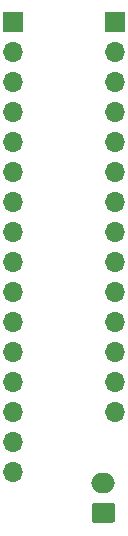
<source format=gbl>
G04 #@! TF.GenerationSoftware,KiCad,Pcbnew,(5.1.0)-1*
G04 #@! TF.CreationDate,2019-05-10T19:25:27+02:00*
G04 #@! TF.ProjectId,1602adapter,31363032-6164-4617-9074-65722e6b6963,rev?*
G04 #@! TF.SameCoordinates,Original*
G04 #@! TF.FileFunction,Copper,L2,Bot*
G04 #@! TF.FilePolarity,Positive*
%FSLAX46Y46*%
G04 Gerber Fmt 4.6, Leading zero omitted, Abs format (unit mm)*
G04 Created by KiCad (PCBNEW (5.1.0)-1) date 2019-05-10 19:25:27*
%MOMM*%
%LPD*%
G04 APERTURE LIST*
%ADD10O,1.700000X1.700000*%
%ADD11R,1.700000X1.700000*%
%ADD12O,2.000000X1.700000*%
%ADD13C,0.100000*%
%ADD14C,1.700000*%
G04 APERTURE END LIST*
D10*
X130350000Y-112100000D03*
X130350000Y-109560000D03*
X130350000Y-107020000D03*
X130350000Y-104480000D03*
X130350000Y-101940000D03*
X130350000Y-99400000D03*
X130350000Y-96860000D03*
X130350000Y-94320000D03*
X130350000Y-91780000D03*
X130350000Y-89240000D03*
X130350000Y-86700000D03*
X130350000Y-84160000D03*
X130350000Y-81620000D03*
X130350000Y-79080000D03*
X130350000Y-76540000D03*
D11*
X130350000Y-74000000D03*
D12*
X138000000Y-113000000D03*
D13*
G36*
X138774504Y-114651204D02*
G01*
X138798773Y-114654804D01*
X138822571Y-114660765D01*
X138845671Y-114669030D01*
X138867849Y-114679520D01*
X138888893Y-114692133D01*
X138908598Y-114706747D01*
X138926777Y-114723223D01*
X138943253Y-114741402D01*
X138957867Y-114761107D01*
X138970480Y-114782151D01*
X138980970Y-114804329D01*
X138989235Y-114827429D01*
X138995196Y-114851227D01*
X138998796Y-114875496D01*
X139000000Y-114900000D01*
X139000000Y-116100000D01*
X138998796Y-116124504D01*
X138995196Y-116148773D01*
X138989235Y-116172571D01*
X138980970Y-116195671D01*
X138970480Y-116217849D01*
X138957867Y-116238893D01*
X138943253Y-116258598D01*
X138926777Y-116276777D01*
X138908598Y-116293253D01*
X138888893Y-116307867D01*
X138867849Y-116320480D01*
X138845671Y-116330970D01*
X138822571Y-116339235D01*
X138798773Y-116345196D01*
X138774504Y-116348796D01*
X138750000Y-116350000D01*
X137250000Y-116350000D01*
X137225496Y-116348796D01*
X137201227Y-116345196D01*
X137177429Y-116339235D01*
X137154329Y-116330970D01*
X137132151Y-116320480D01*
X137111107Y-116307867D01*
X137091402Y-116293253D01*
X137073223Y-116276777D01*
X137056747Y-116258598D01*
X137042133Y-116238893D01*
X137029520Y-116217849D01*
X137019030Y-116195671D01*
X137010765Y-116172571D01*
X137004804Y-116148773D01*
X137001204Y-116124504D01*
X137000000Y-116100000D01*
X137000000Y-114900000D01*
X137001204Y-114875496D01*
X137004804Y-114851227D01*
X137010765Y-114827429D01*
X137019030Y-114804329D01*
X137029520Y-114782151D01*
X137042133Y-114761107D01*
X137056747Y-114741402D01*
X137073223Y-114723223D01*
X137091402Y-114706747D01*
X137111107Y-114692133D01*
X137132151Y-114679520D01*
X137154329Y-114669030D01*
X137177429Y-114660765D01*
X137201227Y-114654804D01*
X137225496Y-114651204D01*
X137250000Y-114650000D01*
X138750000Y-114650000D01*
X138774504Y-114651204D01*
X138774504Y-114651204D01*
G37*
D14*
X138000000Y-115500000D03*
D10*
X139000000Y-107020000D03*
X139000000Y-104480000D03*
X139000000Y-101940000D03*
X139000000Y-99400000D03*
X139000000Y-96860000D03*
X139000000Y-94320000D03*
X139000000Y-91780000D03*
X139000000Y-89240000D03*
X139000000Y-86700000D03*
X139000000Y-84160000D03*
X139000000Y-81620000D03*
X139000000Y-79080000D03*
X139000000Y-76540000D03*
D11*
X139000000Y-74000000D03*
M02*

</source>
